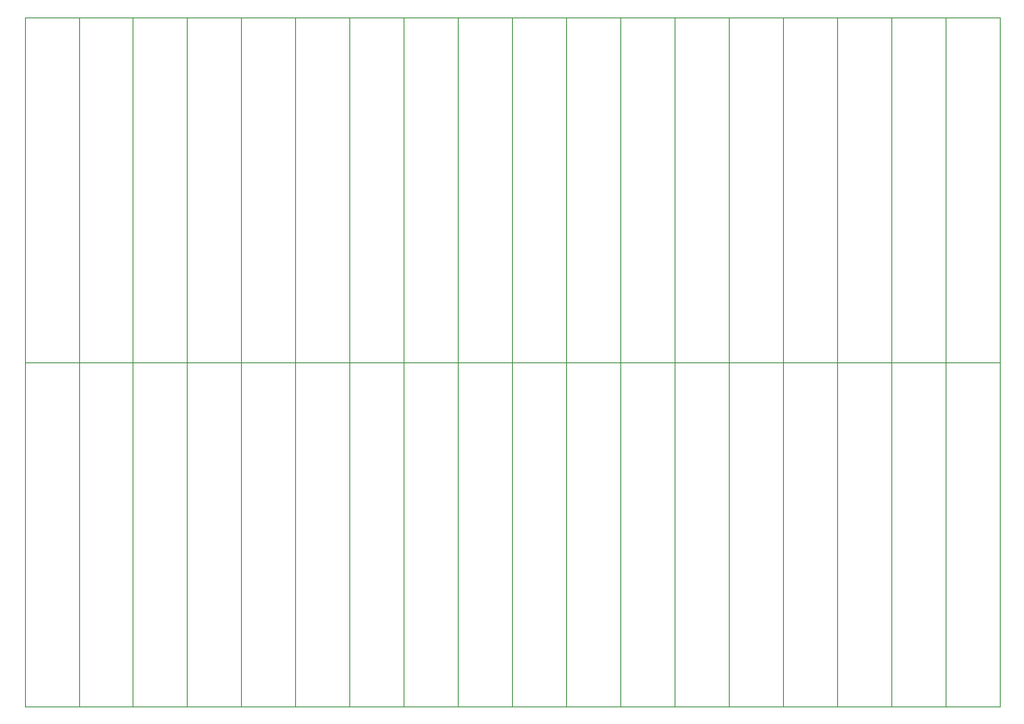
<source format=gbr>
G04 #@! TF.GenerationSoftware,KiCad,Pcbnew,5.1.5+dfsg1-2build2*
G04 #@! TF.CreationDate,2022-01-03T21:35:01-05:00*
G04 #@! TF.ProjectId,,58585858-5858-4585-9858-585858585858,rev?*
G04 #@! TF.SameCoordinates,Original*
G04 #@! TF.FileFunction,Profile,NP*
%FSLAX46Y46*%
G04 Gerber Fmt 4.6, Leading zero omitted, Abs format (unit mm)*
G04 Created by KiCad (PCBNEW 5.1.5+dfsg1-2build2) date 2022-01-03 21:35:01*
%MOMM*%
%LPD*%
G04 APERTURE LIST*
%ADD10C,0.050000*%
G04 APERTURE END LIST*
D10*
X176316900Y-123581500D02*
X181816900Y-123581500D01*
X170816900Y-123581500D02*
X176316900Y-123581500D01*
X165316900Y-123581500D02*
X170816900Y-123581500D01*
X159816900Y-123581500D02*
X165316900Y-123581500D01*
X154316900Y-123581500D02*
X159816900Y-123581500D01*
X148816900Y-123581500D02*
X154316900Y-123581500D01*
X143316900Y-123581500D02*
X148816900Y-123581500D01*
X137816900Y-123581500D02*
X143316900Y-123581500D01*
X132316900Y-123581500D02*
X137816900Y-123581500D01*
X126816900Y-123581500D02*
X132316900Y-123581500D01*
X121316900Y-123581500D02*
X126816900Y-123581500D01*
X115816900Y-123581500D02*
X121316900Y-123581500D01*
X110316900Y-123581500D02*
X115816900Y-123581500D01*
X104816900Y-123581500D02*
X110316900Y-123581500D01*
X99316900Y-123581500D02*
X104816900Y-123581500D01*
X93816900Y-123581500D02*
X99316900Y-123581500D01*
X88316900Y-123581500D02*
X93816900Y-123581500D01*
X82816900Y-123581500D02*
X88316900Y-123581500D01*
X176316900Y-88581500D02*
X181816900Y-88581500D01*
X170816900Y-88581500D02*
X176316900Y-88581500D01*
X165316900Y-88581500D02*
X170816900Y-88581500D01*
X159816900Y-88581500D02*
X165316900Y-88581500D01*
X154316900Y-88581500D02*
X159816900Y-88581500D01*
X148816900Y-88581500D02*
X154316900Y-88581500D01*
X143316900Y-88581500D02*
X148816900Y-88581500D01*
X137816900Y-88581500D02*
X143316900Y-88581500D01*
X132316900Y-88581500D02*
X137816900Y-88581500D01*
X126816900Y-88581500D02*
X132316900Y-88581500D01*
X121316900Y-88581500D02*
X126816900Y-88581500D01*
X115816900Y-88581500D02*
X121316900Y-88581500D01*
X110316900Y-88581500D02*
X115816900Y-88581500D01*
X104816900Y-88581500D02*
X110316900Y-88581500D01*
X99316900Y-88581500D02*
X104816900Y-88581500D01*
X93816900Y-88581500D02*
X99316900Y-88581500D01*
X88316900Y-88581500D02*
X93816900Y-88581500D01*
X176316900Y-88581500D02*
X181816900Y-88581500D01*
X170816900Y-88581500D02*
X176316900Y-88581500D01*
X165316900Y-88581500D02*
X170816900Y-88581500D01*
X159816900Y-88581500D02*
X165316900Y-88581500D01*
X154316900Y-88581500D02*
X159816900Y-88581500D01*
X148816900Y-88581500D02*
X154316900Y-88581500D01*
X143316900Y-88581500D02*
X148816900Y-88581500D01*
X137816900Y-88581500D02*
X143316900Y-88581500D01*
X132316900Y-88581500D02*
X137816900Y-88581500D01*
X126816900Y-88581500D02*
X132316900Y-88581500D01*
X121316900Y-88581500D02*
X126816900Y-88581500D01*
X115816900Y-88581500D02*
X121316900Y-88581500D01*
X110316900Y-88581500D02*
X115816900Y-88581500D01*
X104816900Y-88581500D02*
X110316900Y-88581500D01*
X99316900Y-88581500D02*
X104816900Y-88581500D01*
X93816900Y-88581500D02*
X99316900Y-88581500D01*
X88316900Y-88581500D02*
X93816900Y-88581500D01*
X82816900Y-88581500D02*
X88316900Y-88581500D01*
X176316900Y-53581500D02*
X181816900Y-53581500D01*
X170816900Y-53581500D02*
X176316900Y-53581500D01*
X165316900Y-53581500D02*
X170816900Y-53581500D01*
X159816900Y-53581500D02*
X165316900Y-53581500D01*
X154316900Y-53581500D02*
X159816900Y-53581500D01*
X148816900Y-53581500D02*
X154316900Y-53581500D01*
X143316900Y-53581500D02*
X148816900Y-53581500D01*
X137816900Y-53581500D02*
X143316900Y-53581500D01*
X132316900Y-53581500D02*
X137816900Y-53581500D01*
X126816900Y-53581500D02*
X132316900Y-53581500D01*
X121316900Y-53581500D02*
X126816900Y-53581500D01*
X115816900Y-53581500D02*
X121316900Y-53581500D01*
X110316900Y-53581500D02*
X115816900Y-53581500D01*
X104816900Y-53581500D02*
X110316900Y-53581500D01*
X99316900Y-53581500D02*
X104816900Y-53581500D01*
X93816900Y-53581500D02*
X99316900Y-53581500D01*
X88316900Y-53581500D02*
X93816900Y-53581500D01*
X181816900Y-88581500D02*
X181816900Y-123581500D01*
X176316900Y-88581500D02*
X176316900Y-123581500D01*
X170816900Y-88581500D02*
X170816900Y-123581500D01*
X165316900Y-88581500D02*
X165316900Y-123581500D01*
X159816900Y-88581500D02*
X159816900Y-123581500D01*
X154316900Y-88581500D02*
X154316900Y-123581500D01*
X148816900Y-88581500D02*
X148816900Y-123581500D01*
X143316900Y-88581500D02*
X143316900Y-123581500D01*
X137816900Y-88581500D02*
X137816900Y-123581500D01*
X132316900Y-88581500D02*
X132316900Y-123581500D01*
X126816900Y-88581500D02*
X126816900Y-123581500D01*
X121316900Y-88581500D02*
X121316900Y-123581500D01*
X115816900Y-88581500D02*
X115816900Y-123581500D01*
X110316900Y-88581500D02*
X110316900Y-123581500D01*
X104816900Y-88581500D02*
X104816900Y-123581500D01*
X99316900Y-88581500D02*
X99316900Y-123581500D01*
X93816900Y-88581500D02*
X93816900Y-123581500D01*
X88316900Y-88581500D02*
X88316900Y-123581500D01*
X181816900Y-53581500D02*
X181816900Y-88581500D01*
X176316900Y-53581500D02*
X176316900Y-88581500D01*
X170816900Y-53581500D02*
X170816900Y-88581500D01*
X165316900Y-53581500D02*
X165316900Y-88581500D01*
X159816900Y-53581500D02*
X159816900Y-88581500D01*
X154316900Y-53581500D02*
X154316900Y-88581500D01*
X148816900Y-53581500D02*
X148816900Y-88581500D01*
X143316900Y-53581500D02*
X143316900Y-88581500D01*
X137816900Y-53581500D02*
X137816900Y-88581500D01*
X132316900Y-53581500D02*
X132316900Y-88581500D01*
X126816900Y-53581500D02*
X126816900Y-88581500D01*
X121316900Y-53581500D02*
X121316900Y-88581500D01*
X115816900Y-53581500D02*
X115816900Y-88581500D01*
X110316900Y-53581500D02*
X110316900Y-88581500D01*
X104816900Y-53581500D02*
X104816900Y-88581500D01*
X99316900Y-53581500D02*
X99316900Y-88581500D01*
X93816900Y-53581500D02*
X93816900Y-88581500D01*
X176316900Y-88581500D02*
X176316900Y-123581500D01*
X170816900Y-88581500D02*
X170816900Y-123581500D01*
X165316900Y-88581500D02*
X165316900Y-123581500D01*
X159816900Y-88581500D02*
X159816900Y-123581500D01*
X154316900Y-88581500D02*
X154316900Y-123581500D01*
X148816900Y-88581500D02*
X148816900Y-123581500D01*
X143316900Y-88581500D02*
X143316900Y-123581500D01*
X137816900Y-88581500D02*
X137816900Y-123581500D01*
X132316900Y-88581500D02*
X132316900Y-123581500D01*
X126816900Y-88581500D02*
X126816900Y-123581500D01*
X121316900Y-88581500D02*
X121316900Y-123581500D01*
X115816900Y-88581500D02*
X115816900Y-123581500D01*
X110316900Y-88581500D02*
X110316900Y-123581500D01*
X104816900Y-88581500D02*
X104816900Y-123581500D01*
X99316900Y-88581500D02*
X99316900Y-123581500D01*
X93816900Y-88581500D02*
X93816900Y-123581500D01*
X88316900Y-88581500D02*
X88316900Y-123581500D01*
X82816900Y-88581500D02*
X82816900Y-123581500D01*
X176316900Y-53581500D02*
X176316900Y-88581500D01*
X170816900Y-53581500D02*
X170816900Y-88581500D01*
X165316900Y-53581500D02*
X165316900Y-88581500D01*
X159816900Y-53581500D02*
X159816900Y-88581500D01*
X154316900Y-53581500D02*
X154316900Y-88581500D01*
X148816900Y-53581500D02*
X148816900Y-88581500D01*
X143316900Y-53581500D02*
X143316900Y-88581500D01*
X137816900Y-53581500D02*
X137816900Y-88581500D01*
X132316900Y-53581500D02*
X132316900Y-88581500D01*
X126816900Y-53581500D02*
X126816900Y-88581500D01*
X121316900Y-53581500D02*
X121316900Y-88581500D01*
X115816900Y-53581500D02*
X115816900Y-88581500D01*
X110316900Y-53581500D02*
X110316900Y-88581500D01*
X104816900Y-53581500D02*
X104816900Y-88581500D01*
X99316900Y-53581500D02*
X99316900Y-88581500D01*
X93816900Y-53581500D02*
X93816900Y-88581500D01*
X88316900Y-53581500D02*
X88316900Y-88581500D01*
X82816900Y-88581500D02*
X88316900Y-88581500D01*
X82816900Y-53581500D02*
X88316900Y-53581500D01*
X88316900Y-53581500D02*
X88316900Y-88581500D01*
X82816900Y-53581500D02*
X82816900Y-88581500D01*
M02*

</source>
